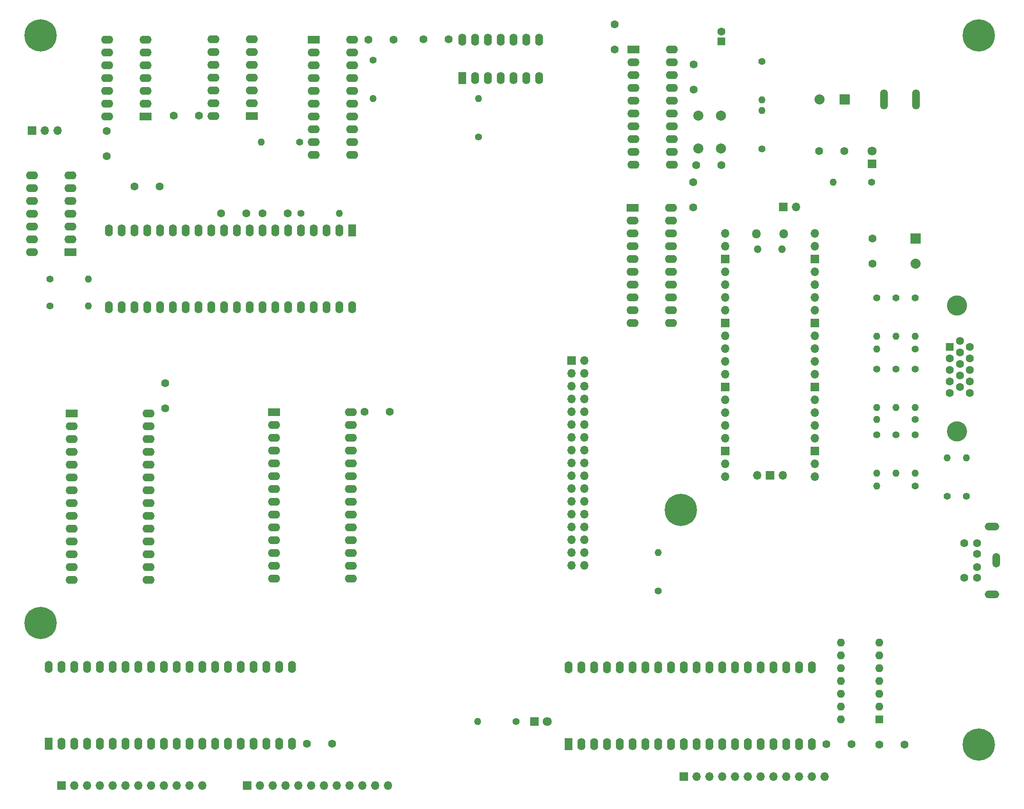
<source format=gbs>
G04 #@! TF.GenerationSoftware,KiCad,Pcbnew,(6.0.6-0)*
G04 #@! TF.CreationDate,2022-10-30T19:45:58+01:00*
G04 #@! TF.ProjectId,nevil_sbc_rev0,6e657669-6c5f-4736-9263-5f726576302e,rev?*
G04 #@! TF.SameCoordinates,Original*
G04 #@! TF.FileFunction,Soldermask,Bot*
G04 #@! TF.FilePolarity,Negative*
%FSLAX46Y46*%
G04 Gerber Fmt 4.6, Leading zero omitted, Abs format (unit mm)*
G04 Created by KiCad (PCBNEW (6.0.6-0)) date 2022-10-30 19:45:58*
%MOMM*%
%LPD*%
G01*
G04 APERTURE LIST*
%ADD10C,6.400000*%
%ADD11C,1.600000*%
%ADD12R,1.600000X1.600000*%
%ADD13R,2.400000X1.600000*%
%ADD14O,2.400000X1.600000*%
%ADD15R,1.600000X2.400000*%
%ADD16O,1.600000X2.400000*%
%ADD17C,2.000000*%
%ADD18C,1.400000*%
%ADD19O,1.400000X1.400000*%
%ADD20O,1.500000X1.500000*%
%ADD21O,1.800000X1.800000*%
%ADD22O,1.700000X1.700000*%
%ADD23R,1.700000X1.700000*%
%ADD24R,2.000000X2.000000*%
%ADD25R,1.800000X1.800000*%
%ADD26C,1.800000*%
%ADD27O,1.600000X1.600000*%
%ADD28O,2.900000X1.500000*%
%ADD29O,1.500000X2.900000*%
%ADD30O,1.500000X4.000000*%
%ADD31C,4.000000*%
G04 APERTURE END LIST*
D10*
X178206400Y-118465600D03*
X237337600Y-24282400D03*
X237337600Y-165049200D03*
D11*
X180746400Y-30062800D03*
X180746400Y-35062800D03*
D12*
X186258200Y-25501600D03*
D11*
X186258200Y-23501600D03*
X92060400Y-59588400D03*
X87060400Y-59588400D03*
D13*
X97536000Y-99060000D03*
D14*
X97536000Y-101600000D03*
X97536000Y-104140000D03*
X97536000Y-106680000D03*
X97536000Y-109220000D03*
X97536000Y-111760000D03*
X97536000Y-114300000D03*
X97536000Y-116840000D03*
X97536000Y-119380000D03*
X97536000Y-121920000D03*
X97536000Y-124460000D03*
X97536000Y-127000000D03*
X97536000Y-129540000D03*
X97536000Y-132080000D03*
X112776000Y-132080000D03*
X112776000Y-129540000D03*
X112776000Y-127000000D03*
X112776000Y-124460000D03*
X112776000Y-121920000D03*
X112776000Y-119380000D03*
X112776000Y-116840000D03*
X112776000Y-114300000D03*
X112776000Y-111760000D03*
X112776000Y-109220000D03*
X112776000Y-106680000D03*
X112776000Y-104140000D03*
X112776000Y-101600000D03*
X112776000Y-99060000D03*
D13*
X168818400Y-27081400D03*
D14*
X168818400Y-29621400D03*
X168818400Y-32161400D03*
X168818400Y-34701400D03*
X168818400Y-37241400D03*
X168818400Y-39781400D03*
X168818400Y-42321400D03*
X168818400Y-44861400D03*
X168818400Y-47401400D03*
X168818400Y-49941400D03*
X176438400Y-49941400D03*
X176438400Y-47401400D03*
X176438400Y-44861400D03*
X176438400Y-42321400D03*
X176438400Y-39781400D03*
X176438400Y-37241400D03*
X176438400Y-34701400D03*
X176438400Y-32161400D03*
X176438400Y-29621400D03*
X176438400Y-27081400D03*
D15*
X155910200Y-164952600D03*
D16*
X158450200Y-164952600D03*
X160990200Y-164952600D03*
X163530200Y-164952600D03*
X166070200Y-164952600D03*
X168610200Y-164952600D03*
X171150200Y-164952600D03*
X173690200Y-164952600D03*
X176230200Y-164952600D03*
X178770200Y-164952600D03*
X181310200Y-164952600D03*
X183850200Y-164952600D03*
X186390200Y-164952600D03*
X188930200Y-164952600D03*
X191470200Y-164952600D03*
X194010200Y-164952600D03*
X196550200Y-164952600D03*
X199090200Y-164952600D03*
X201630200Y-164952600D03*
X204170200Y-164952600D03*
X204170200Y-149712600D03*
X201630200Y-149712600D03*
X199090200Y-149712600D03*
X196550200Y-149712600D03*
X194010200Y-149712600D03*
X191470200Y-149712600D03*
X188930200Y-149712600D03*
X186390200Y-149712600D03*
X183850200Y-149712600D03*
X181310200Y-149712600D03*
X178770200Y-149712600D03*
X176230200Y-149712600D03*
X173690200Y-149712600D03*
X171150200Y-149712600D03*
X168610200Y-149712600D03*
X166070200Y-149712600D03*
X163530200Y-149712600D03*
X160990200Y-149712600D03*
X158450200Y-149712600D03*
X155910200Y-149712600D03*
D13*
X105420000Y-25151000D03*
D14*
X105420000Y-27691000D03*
X105420000Y-30231000D03*
X105420000Y-32771000D03*
X105420000Y-35311000D03*
X105420000Y-37851000D03*
X105420000Y-40391000D03*
X105420000Y-42931000D03*
X105420000Y-45471000D03*
X105420000Y-48011000D03*
X113040000Y-48011000D03*
X113040000Y-45471000D03*
X113040000Y-42931000D03*
X113040000Y-40391000D03*
X113040000Y-37851000D03*
X113040000Y-35311000D03*
X113040000Y-32771000D03*
X113040000Y-30231000D03*
X113040000Y-27691000D03*
X113040000Y-25151000D03*
D15*
X52837000Y-164851000D03*
D16*
X55377000Y-164851000D03*
X57917000Y-164851000D03*
X60457000Y-164851000D03*
X62997000Y-164851000D03*
X65537000Y-164851000D03*
X68077000Y-164851000D03*
X70617000Y-164851000D03*
X73157000Y-164851000D03*
X75697000Y-164851000D03*
X78237000Y-164851000D03*
X80777000Y-164851000D03*
X83317000Y-164851000D03*
X85857000Y-164851000D03*
X88397000Y-164851000D03*
X90937000Y-164851000D03*
X93477000Y-164851000D03*
X96017000Y-164851000D03*
X98557000Y-164851000D03*
X101097000Y-164851000D03*
X101097000Y-149611000D03*
X98557000Y-149611000D03*
X96017000Y-149611000D03*
X93477000Y-149611000D03*
X90937000Y-149611000D03*
X88397000Y-149611000D03*
X85857000Y-149611000D03*
X83317000Y-149611000D03*
X80777000Y-149611000D03*
X78237000Y-149611000D03*
X75697000Y-149611000D03*
X73157000Y-149611000D03*
X70617000Y-149611000D03*
X68077000Y-149611000D03*
X65537000Y-149611000D03*
X62997000Y-149611000D03*
X60457000Y-149611000D03*
X57917000Y-149611000D03*
X55377000Y-149611000D03*
X52837000Y-149611000D03*
D17*
X181671400Y-40234800D03*
X181671400Y-46734800D03*
X186171400Y-46734800D03*
X186171400Y-40234800D03*
D18*
X194284600Y-46837600D03*
D19*
X194284600Y-39217600D03*
D18*
X224663000Y-113690400D03*
D19*
X217043000Y-113690400D03*
D11*
X64363600Y-43296200D03*
X64363600Y-48296200D03*
X75920600Y-98283400D03*
X75920600Y-93283400D03*
D18*
X220853000Y-103530400D03*
D19*
X220853000Y-111150400D03*
D18*
X194284600Y-29464000D03*
D19*
X194284600Y-37084000D03*
D11*
X74813800Y-54305200D03*
X69813800Y-54305200D03*
D18*
X117195600Y-29184600D03*
D19*
X117195600Y-36804600D03*
D18*
X234823000Y-115773200D03*
D19*
X234823000Y-108153200D03*
D11*
X82662400Y-40233600D03*
X77662400Y-40233600D03*
D18*
X220853000Y-90473200D03*
D19*
X220853000Y-98093200D03*
D18*
X224663000Y-76403200D03*
D19*
X224663000Y-84023200D03*
D18*
X102616000Y-45466000D03*
D19*
X94996000Y-45466000D03*
D13*
X57409000Y-99299000D03*
D14*
X57409000Y-101839000D03*
X57409000Y-104379000D03*
X57409000Y-106919000D03*
X57409000Y-109459000D03*
X57409000Y-111999000D03*
X57409000Y-114539000D03*
X57409000Y-117079000D03*
X57409000Y-119619000D03*
X57409000Y-122159000D03*
X57409000Y-124699000D03*
X57409000Y-127239000D03*
X57409000Y-129779000D03*
X57409000Y-132319000D03*
X72649000Y-132319000D03*
X72649000Y-129779000D03*
X72649000Y-127239000D03*
X72649000Y-124699000D03*
X72649000Y-122159000D03*
X72649000Y-119619000D03*
X72649000Y-117079000D03*
X72649000Y-114539000D03*
X72649000Y-111999000D03*
X72649000Y-109459000D03*
X72649000Y-106919000D03*
X72649000Y-104379000D03*
X72649000Y-101839000D03*
X72649000Y-99299000D03*
D10*
X51206400Y-140868400D03*
D18*
X53111400Y-77978000D03*
D19*
X60731400Y-77978000D03*
D11*
X207100800Y-164947600D03*
X212100800Y-164947600D03*
D13*
X93081000Y-40264000D03*
D14*
X93081000Y-37724000D03*
X93081000Y-35184000D03*
X93081000Y-32644000D03*
X93081000Y-30104000D03*
X93081000Y-27564000D03*
X93081000Y-25024000D03*
X85461000Y-25024000D03*
X85461000Y-27564000D03*
X85461000Y-30104000D03*
X85461000Y-32644000D03*
X85461000Y-35184000D03*
X85461000Y-37724000D03*
X85461000Y-40264000D03*
D10*
X51206400Y-24282400D03*
D20*
X198309800Y-66710800D03*
X193459800Y-66710800D03*
D21*
X198609800Y-63680800D03*
X193159800Y-63680800D03*
D22*
X186994800Y-63550800D03*
X186994800Y-66090800D03*
D23*
X186994800Y-68630800D03*
D22*
X186994800Y-71170800D03*
X186994800Y-73710800D03*
X186994800Y-76250800D03*
X186994800Y-78790800D03*
D23*
X186994800Y-81330800D03*
D22*
X186994800Y-83870800D03*
X186994800Y-86410800D03*
X186994800Y-88950800D03*
X186994800Y-91490800D03*
D23*
X186994800Y-94030800D03*
D22*
X186994800Y-96570800D03*
X186994800Y-99110800D03*
X186994800Y-101650800D03*
X186994800Y-104190800D03*
D23*
X186994800Y-106730800D03*
D22*
X186994800Y-109270800D03*
X186994800Y-111810800D03*
X204774800Y-111810800D03*
X204774800Y-109270800D03*
D23*
X204774800Y-106730800D03*
D22*
X204774800Y-104190800D03*
X204774800Y-101650800D03*
X204774800Y-99110800D03*
X204774800Y-96570800D03*
D23*
X204774800Y-94030800D03*
D22*
X204774800Y-91490800D03*
X204774800Y-88950800D03*
X204774800Y-86410800D03*
X204774800Y-83870800D03*
D23*
X204774800Y-81330800D03*
D22*
X204774800Y-78790800D03*
X204774800Y-76250800D03*
X204774800Y-73710800D03*
X204774800Y-71170800D03*
D23*
X204774800Y-68630800D03*
D22*
X204774800Y-66090800D03*
X204774800Y-63550800D03*
X193344800Y-111580800D03*
D23*
X195884800Y-111580800D03*
D22*
X198424800Y-111580800D03*
D24*
X224764600Y-64637523D03*
D17*
X224764600Y-69637523D03*
D25*
X216179400Y-49809400D03*
D26*
X216179400Y-47269400D03*
D23*
X156514800Y-88773000D03*
D22*
X159054800Y-88773000D03*
X156514800Y-91313000D03*
X159054800Y-91313000D03*
X156514800Y-93853000D03*
X159054800Y-93853000D03*
X156514800Y-96393000D03*
X159054800Y-96393000D03*
X156514800Y-98933000D03*
X159054800Y-98933000D03*
X156514800Y-101473000D03*
X159054800Y-101473000D03*
X156514800Y-104013000D03*
X159054800Y-104013000D03*
X156514800Y-106553000D03*
X159054800Y-106553000D03*
X156514800Y-109093000D03*
X159054800Y-109093000D03*
X156514800Y-111633000D03*
X159054800Y-111633000D03*
X156514800Y-114173000D03*
X159054800Y-114173000D03*
X156514800Y-116713000D03*
X159054800Y-116713000D03*
X156514800Y-119253000D03*
X159054800Y-119253000D03*
X156514800Y-121793000D03*
X159054800Y-121793000D03*
X156514800Y-124333000D03*
X159054800Y-124333000D03*
X156514800Y-126873000D03*
X159054800Y-126873000D03*
X156514800Y-129413000D03*
X159054800Y-129413000D03*
D12*
X217566400Y-159999600D03*
D27*
X217566400Y-157459600D03*
X217566400Y-154919600D03*
X217566400Y-152379600D03*
X217566400Y-149839600D03*
X217566400Y-147299600D03*
X217566400Y-144759600D03*
X209946400Y-144759600D03*
X209946400Y-147299600D03*
X209946400Y-149839600D03*
X209946400Y-152379600D03*
X209946400Y-154919600D03*
X209946400Y-157459600D03*
X209946400Y-159999600D03*
D24*
X210749277Y-36982400D03*
D17*
X205749277Y-36982400D03*
D11*
X217540200Y-164973000D03*
X222540200Y-164973000D03*
D15*
X134869000Y-32756000D03*
D16*
X137409000Y-32756000D03*
X139949000Y-32756000D03*
X142489000Y-32756000D03*
X145029000Y-32756000D03*
X147569000Y-32756000D03*
X150109000Y-32756000D03*
X150109000Y-25136000D03*
X147569000Y-25136000D03*
X145029000Y-25136000D03*
X142489000Y-25136000D03*
X139949000Y-25136000D03*
X137409000Y-25136000D03*
X134869000Y-25136000D03*
D18*
X173761400Y-134493000D03*
D19*
X173761400Y-126873000D03*
D23*
X92197000Y-173126400D03*
D22*
X94737000Y-173126400D03*
X97277000Y-173126400D03*
X99817000Y-173126400D03*
X102357000Y-173126400D03*
X104897000Y-173126400D03*
X107437000Y-173126400D03*
X109977000Y-173126400D03*
X112517000Y-173126400D03*
X115057000Y-173126400D03*
X117597000Y-173126400D03*
X120137000Y-173126400D03*
D18*
X224663000Y-103530400D03*
D19*
X224663000Y-111150400D03*
D11*
X236953800Y-129773200D03*
X236953800Y-127173200D03*
X236953800Y-131873200D03*
X236953800Y-125073200D03*
X234453800Y-131873200D03*
X234453800Y-125073200D03*
D28*
X239953800Y-121723200D03*
D29*
X240753800Y-128473200D03*
D28*
X239953800Y-135223200D03*
D18*
X231013000Y-115773200D03*
D19*
X231013000Y-108153200D03*
D18*
X224663000Y-86563200D03*
D19*
X217043000Y-86563200D03*
D18*
X217043000Y-76403200D03*
D19*
X217043000Y-84023200D03*
D18*
X224663000Y-100533200D03*
D19*
X217043000Y-100533200D03*
D18*
X224663000Y-90473200D03*
D19*
X224663000Y-98093200D03*
D13*
X57130000Y-67320000D03*
D14*
X57130000Y-64780000D03*
X57130000Y-62240000D03*
X57130000Y-59700000D03*
X57130000Y-57160000D03*
X57130000Y-54620000D03*
X57130000Y-52080000D03*
X49510000Y-52080000D03*
X49510000Y-54620000D03*
X49510000Y-57160000D03*
X49510000Y-59700000D03*
X49510000Y-62240000D03*
X49510000Y-64780000D03*
X49510000Y-67320000D03*
D30*
X218502800Y-37033200D03*
X224852800Y-37033200D03*
D18*
X217043000Y-103530400D03*
D19*
X217043000Y-111150400D03*
D18*
X138074400Y-44450000D03*
D19*
X138074400Y-36830000D03*
D18*
X102870000Y-59613800D03*
D19*
X110490000Y-59613800D03*
D13*
X168666000Y-58475800D03*
D14*
X168666000Y-61015800D03*
X168666000Y-63555800D03*
X168666000Y-66095800D03*
X168666000Y-68635800D03*
X168666000Y-71175800D03*
X168666000Y-73715800D03*
X168666000Y-76255800D03*
X168666000Y-78795800D03*
X168666000Y-81335800D03*
X176286000Y-81335800D03*
X176286000Y-78795800D03*
X176286000Y-76255800D03*
X176286000Y-73715800D03*
X176286000Y-71175800D03*
X176286000Y-68635800D03*
X176286000Y-66095800D03*
X176286000Y-63555800D03*
X176286000Y-61015800D03*
X176286000Y-58475800D03*
D23*
X198546800Y-58369200D03*
D22*
X201086800Y-58369200D03*
D11*
X95239200Y-59588400D03*
X100239200Y-59588400D03*
D31*
X232982669Y-77888200D03*
X232982669Y-102888200D03*
D12*
X231562669Y-86073200D03*
D11*
X231562669Y-88363200D03*
X231562669Y-90653200D03*
X231562669Y-92943200D03*
X231562669Y-95233200D03*
X233542669Y-84928200D03*
X233542669Y-87218200D03*
X233542669Y-89508200D03*
X233542669Y-91798200D03*
X233542669Y-94088200D03*
X235522669Y-86073200D03*
X235522669Y-88363200D03*
X235522669Y-90653200D03*
X235522669Y-92943200D03*
X235522669Y-95233200D03*
D18*
X216052400Y-53390800D03*
D19*
X208432400Y-53390800D03*
D11*
X165125400Y-27087200D03*
X165125400Y-22087200D03*
D18*
X220853000Y-76403200D03*
D19*
X220853000Y-84023200D03*
D23*
X49520000Y-43185000D03*
D22*
X52060000Y-43185000D03*
X54600000Y-43185000D03*
D25*
X149169200Y-160477200D03*
D26*
X151709200Y-160477200D03*
D11*
X180644800Y-58456200D03*
X180644800Y-53456200D03*
X210678400Y-47244000D03*
X205678400Y-47244000D03*
D23*
X178816000Y-171323000D03*
D22*
X181356000Y-171323000D03*
X183896000Y-171323000D03*
X186436000Y-171323000D03*
X188976000Y-171323000D03*
X191516000Y-171323000D03*
X194056000Y-171323000D03*
X196596000Y-171323000D03*
X199136000Y-171323000D03*
X201676000Y-171323000D03*
X204216000Y-171323000D03*
X206756000Y-171323000D03*
D11*
X186269000Y-50038000D03*
X181269000Y-50038000D03*
D15*
X113025000Y-62987000D03*
D16*
X110485000Y-62987000D03*
X107945000Y-62987000D03*
X105405000Y-62987000D03*
X102865000Y-62987000D03*
X100325000Y-62987000D03*
X97785000Y-62987000D03*
X95245000Y-62987000D03*
X92705000Y-62987000D03*
X90165000Y-62987000D03*
X87625000Y-62987000D03*
X85085000Y-62987000D03*
X82545000Y-62987000D03*
X80005000Y-62987000D03*
X77465000Y-62987000D03*
X74925000Y-62987000D03*
X72385000Y-62987000D03*
X69845000Y-62987000D03*
X67305000Y-62987000D03*
X64765000Y-62987000D03*
X64765000Y-78227000D03*
X67305000Y-78227000D03*
X69845000Y-78227000D03*
X72385000Y-78227000D03*
X74925000Y-78227000D03*
X77465000Y-78227000D03*
X80005000Y-78227000D03*
X82545000Y-78227000D03*
X85085000Y-78227000D03*
X87625000Y-78227000D03*
X90165000Y-78227000D03*
X92705000Y-78227000D03*
X95245000Y-78227000D03*
X97785000Y-78227000D03*
X100325000Y-78227000D03*
X102865000Y-78227000D03*
X105405000Y-78227000D03*
X107945000Y-78227000D03*
X110485000Y-78227000D03*
X113025000Y-78227000D03*
D11*
X115508400Y-98983800D03*
X120508400Y-98983800D03*
X216204800Y-64632200D03*
X216204800Y-69632200D03*
D13*
X71999000Y-40391000D03*
D14*
X71999000Y-37851000D03*
X71999000Y-35311000D03*
X71999000Y-32771000D03*
X71999000Y-30231000D03*
X71999000Y-27691000D03*
X71999000Y-25151000D03*
X64379000Y-25151000D03*
X64379000Y-27691000D03*
X64379000Y-30231000D03*
X64379000Y-32771000D03*
X64379000Y-35311000D03*
X64379000Y-37851000D03*
X64379000Y-40391000D03*
D18*
X145542000Y-160451800D03*
D19*
X137922000Y-160451800D03*
D23*
X55362000Y-173126400D03*
D22*
X57902000Y-173126400D03*
X60442000Y-173126400D03*
X62982000Y-173126400D03*
X65522000Y-173126400D03*
X68062000Y-173126400D03*
X70602000Y-173126400D03*
X73142000Y-173126400D03*
X75682000Y-173126400D03*
X78222000Y-173126400D03*
X80762000Y-173126400D03*
X83302000Y-173126400D03*
D11*
X116270400Y-25146000D03*
X121270400Y-25146000D03*
D18*
X53111400Y-72644000D03*
D19*
X60731400Y-72644000D03*
D18*
X217043000Y-90473200D03*
D19*
X217043000Y-98093200D03*
D11*
X132141600Y-25095200D03*
X127141600Y-25095200D03*
X104053000Y-164871400D03*
X109053000Y-164871400D03*
M02*

</source>
